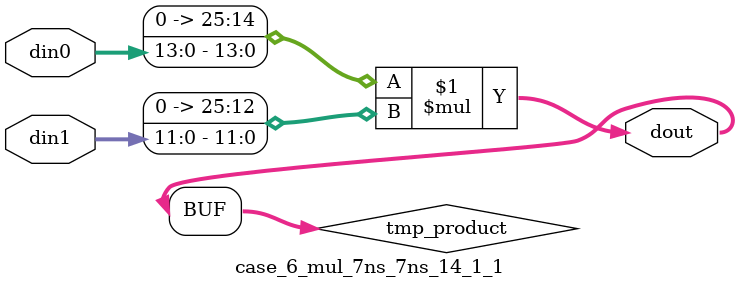
<source format=v>

`timescale 1 ns / 1 ps

 (* use_dsp = "no" *)  module case_6_mul_7ns_7ns_14_1_1(din0, din1, dout);
parameter ID = 1;
parameter NUM_STAGE = 0;
parameter din0_WIDTH = 14;
parameter din1_WIDTH = 12;
parameter dout_WIDTH = 26;

input [din0_WIDTH - 1 : 0] din0; 
input [din1_WIDTH - 1 : 0] din1; 
output [dout_WIDTH - 1 : 0] dout;

wire signed [dout_WIDTH - 1 : 0] tmp_product;
























assign tmp_product = $signed({1'b0, din0}) * $signed({1'b0, din1});











assign dout = tmp_product;





















endmodule

</source>
